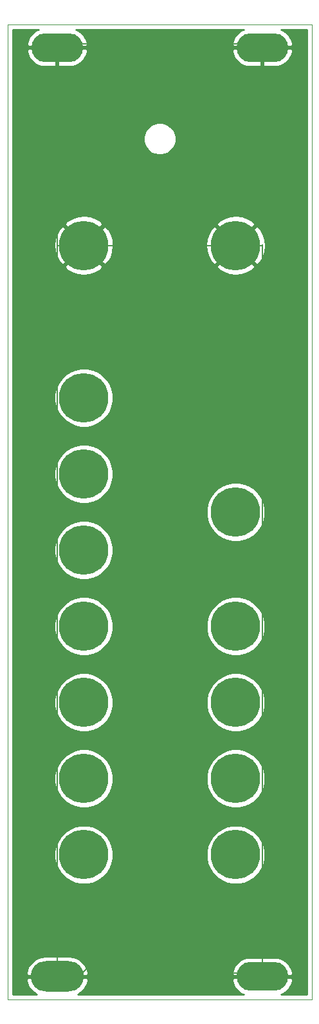
<source format=gbr>
%TF.GenerationSoftware,KiCad,Pcbnew,(5.1.0)-1*%
%TF.CreationDate,2020-03-07T14:30:38+01:00*%
%TF.ProjectId,KicadJE_AC3340_RevA_Faceplate,4b696361-644a-4455-9f41-43333334305f,rev?*%
%TF.SameCoordinates,Original*%
%TF.FileFunction,Copper,L1,Top*%
%TF.FilePolarity,Positive*%
%FSLAX46Y46*%
G04 Gerber Fmt 4.6, Leading zero omitted, Abs format (unit mm)*
G04 Created by KiCad (PCBNEW (5.1.0)-1) date 2020-03-07 14:30:38*
%MOMM*%
%LPD*%
G04 APERTURE LIST*
%ADD10C,0.050000*%
%ADD11O,7.000000X4.000000*%
%ADD12O,6.800000X3.800000*%
%ADD13C,6.500000*%
%ADD14C,0.150000*%
%ADD15C,0.254000*%
G04 APERTURE END LIST*
D10*
X-50000000Y-164000000D02*
X-50000000Y-36000000D01*
X-10000000Y-164000000D02*
X-50000000Y-164000000D01*
X-10000000Y-36000000D02*
X-10000000Y-164000000D01*
X-50000000Y-36000000D02*
X-10000000Y-36000000D01*
D11*
X-43500000Y-161000000D03*
D12*
X-16500000Y-39000000D03*
X-43500000Y-39000000D03*
X-16500000Y-161000000D03*
D13*
X-20000000Y-65000000D03*
X-40000000Y-65000000D03*
X-20000000Y-100000000D03*
X-40000000Y-85000000D03*
X-40000000Y-95000000D03*
X-40000000Y-125000000D03*
X-40000000Y-105000000D03*
X-40000000Y-115000000D03*
X-20000000Y-115000000D03*
X-20000000Y-125000000D03*
X-20000000Y-135000000D03*
X-40000000Y-135000000D03*
X-40000000Y-145000000D03*
X-20000000Y-145000000D03*
D14*
X-39950000Y-38500000D02*
X-16500000Y-38500000D01*
X-43500000Y-38500000D02*
X-39950000Y-38500000D01*
X-16500000Y-141500000D02*
X-16500000Y-160500000D01*
X-40150000Y-160500000D02*
X-43500000Y-160500000D01*
X-38940418Y-159290418D02*
X-40150000Y-160500000D01*
X-26699807Y-159290418D02*
X-38940418Y-159290418D01*
X-25490225Y-160500000D02*
X-26699807Y-159290418D01*
X-16500000Y-160500000D02*
X-25490225Y-160500000D01*
X-16600000Y-65000000D02*
X-16500000Y-64900000D01*
X-43400000Y-65000000D02*
X-16600000Y-65000000D01*
X-43500000Y-65100000D02*
X-43400000Y-65000000D01*
X-43500000Y-160500000D02*
X-43500000Y-65100000D01*
X-16500000Y-64900000D02*
X-16500000Y-141500000D01*
X-43500000Y-65100000D02*
X-43500000Y-38500000D01*
D15*
G36*
X-46087435Y-36706566D02*
G01*
X-46513967Y-36962782D01*
X-46882318Y-37297287D01*
X-47178333Y-37697226D01*
X-47390636Y-38147230D01*
X-47480779Y-38478500D01*
X-47372854Y-38873000D01*
X-43627000Y-38873000D01*
X-43627000Y-38853000D01*
X-43373000Y-38853000D01*
X-43373000Y-38873000D01*
X-39627146Y-38873000D01*
X-39519221Y-38478500D01*
X-39609364Y-38147230D01*
X-39821667Y-37697226D01*
X-40117682Y-37297287D01*
X-40486033Y-36962782D01*
X-40912565Y-36706566D01*
X-41042312Y-36660000D01*
X-18957688Y-36660000D01*
X-19087435Y-36706566D01*
X-19513967Y-36962782D01*
X-19882318Y-37297287D01*
X-20178333Y-37697226D01*
X-20390636Y-38147230D01*
X-20480779Y-38478500D01*
X-20372854Y-38873000D01*
X-16627000Y-38873000D01*
X-16627000Y-38853000D01*
X-16373000Y-38853000D01*
X-16373000Y-38873000D01*
X-12627146Y-38873000D01*
X-12519221Y-38478500D01*
X-12609364Y-38147230D01*
X-12821667Y-37697226D01*
X-13117682Y-37297287D01*
X-13486033Y-36962782D01*
X-13912565Y-36706566D01*
X-14042312Y-36660000D01*
X-10660000Y-36660000D01*
X-10659999Y-163340000D01*
X-14042312Y-163340000D01*
X-13912565Y-163293434D01*
X-13486033Y-163037218D01*
X-13117682Y-162702713D01*
X-12821667Y-162302774D01*
X-12609364Y-161852770D01*
X-12519221Y-161521500D01*
X-12627146Y-161127000D01*
X-16373000Y-161127000D01*
X-16373000Y-161147000D01*
X-16627000Y-161147000D01*
X-16627000Y-161127000D01*
X-20372854Y-161127000D01*
X-20480779Y-161521500D01*
X-20390636Y-161852770D01*
X-20178333Y-162302774D01*
X-19882318Y-162702713D01*
X-19513967Y-163037218D01*
X-19087435Y-163293434D01*
X-18957688Y-163340000D01*
X-40797686Y-163340000D01*
X-40430475Y-163120365D01*
X-40046970Y-162773424D01*
X-39738519Y-162358331D01*
X-39516975Y-161891038D01*
X-39420333Y-161537162D01*
X-39527009Y-161127000D01*
X-43373000Y-161127000D01*
X-43373000Y-161147000D01*
X-43627000Y-161147000D01*
X-43627000Y-161127000D01*
X-47472991Y-161127000D01*
X-47579667Y-161537162D01*
X-47483025Y-161891038D01*
X-47261481Y-162358331D01*
X-46953030Y-162773424D01*
X-46569525Y-163120365D01*
X-46202314Y-163340000D01*
X-49340000Y-163340000D01*
X-49340000Y-160462838D01*
X-47579667Y-160462838D01*
X-47472991Y-160873000D01*
X-43627000Y-160873000D01*
X-43627000Y-160853000D01*
X-43373000Y-160853000D01*
X-43373000Y-160873000D01*
X-39527009Y-160873000D01*
X-39424407Y-160478500D01*
X-20480779Y-160478500D01*
X-20372854Y-160873000D01*
X-16627000Y-160873000D01*
X-16627000Y-160853000D01*
X-16373000Y-160853000D01*
X-16373000Y-160873000D01*
X-12627146Y-160873000D01*
X-12519221Y-160478500D01*
X-12609364Y-160147230D01*
X-12821667Y-159697226D01*
X-13117682Y-159297287D01*
X-13486033Y-158962782D01*
X-13912565Y-158706566D01*
X-14380886Y-158538486D01*
X-14873000Y-158465000D01*
X-18127000Y-158465000D01*
X-18619114Y-158538486D01*
X-19087435Y-158706566D01*
X-19513967Y-158962782D01*
X-19882318Y-159297287D01*
X-20178333Y-159697226D01*
X-20390636Y-160147230D01*
X-20480779Y-160478500D01*
X-39424407Y-160478500D01*
X-39420333Y-160462838D01*
X-39516975Y-160108962D01*
X-39738519Y-159641669D01*
X-40046970Y-159226576D01*
X-40430475Y-158879635D01*
X-40874296Y-158614178D01*
X-41361377Y-158440407D01*
X-41873000Y-158365000D01*
X-45127000Y-158365000D01*
X-45638623Y-158440407D01*
X-46125704Y-158614178D01*
X-46569525Y-158879635D01*
X-46953030Y-159226576D01*
X-47261481Y-159641669D01*
X-47483025Y-160108962D01*
X-47579667Y-160462838D01*
X-49340000Y-160462838D01*
X-49340000Y-144617361D01*
X-43885000Y-144617361D01*
X-43885000Y-145382639D01*
X-43735702Y-146133213D01*
X-43442842Y-146840238D01*
X-43017677Y-147476543D01*
X-42476543Y-148017677D01*
X-41840238Y-148442842D01*
X-41133213Y-148735702D01*
X-40382639Y-148885000D01*
X-39617361Y-148885000D01*
X-38866787Y-148735702D01*
X-38159762Y-148442842D01*
X-37523457Y-148017677D01*
X-36982323Y-147476543D01*
X-36557158Y-146840238D01*
X-36264298Y-146133213D01*
X-36115000Y-145382639D01*
X-36115000Y-144617361D01*
X-23885000Y-144617361D01*
X-23885000Y-145382639D01*
X-23735702Y-146133213D01*
X-23442842Y-146840238D01*
X-23017677Y-147476543D01*
X-22476543Y-148017677D01*
X-21840238Y-148442842D01*
X-21133213Y-148735702D01*
X-20382639Y-148885000D01*
X-19617361Y-148885000D01*
X-18866787Y-148735702D01*
X-18159762Y-148442842D01*
X-17523457Y-148017677D01*
X-16982323Y-147476543D01*
X-16557158Y-146840238D01*
X-16264298Y-146133213D01*
X-16115000Y-145382639D01*
X-16115000Y-144617361D01*
X-16264298Y-143866787D01*
X-16557158Y-143159762D01*
X-16982323Y-142523457D01*
X-17523457Y-141982323D01*
X-18159762Y-141557158D01*
X-18866787Y-141264298D01*
X-19617361Y-141115000D01*
X-20382639Y-141115000D01*
X-21133213Y-141264298D01*
X-21840238Y-141557158D01*
X-22476543Y-141982323D01*
X-23017677Y-142523457D01*
X-23442842Y-143159762D01*
X-23735702Y-143866787D01*
X-23885000Y-144617361D01*
X-36115000Y-144617361D01*
X-36264298Y-143866787D01*
X-36557158Y-143159762D01*
X-36982323Y-142523457D01*
X-37523457Y-141982323D01*
X-38159762Y-141557158D01*
X-38866787Y-141264298D01*
X-39617361Y-141115000D01*
X-40382639Y-141115000D01*
X-41133213Y-141264298D01*
X-41840238Y-141557158D01*
X-42476543Y-141982323D01*
X-43017677Y-142523457D01*
X-43442842Y-143159762D01*
X-43735702Y-143866787D01*
X-43885000Y-144617361D01*
X-49340000Y-144617361D01*
X-49340000Y-134617361D01*
X-43885000Y-134617361D01*
X-43885000Y-135382639D01*
X-43735702Y-136133213D01*
X-43442842Y-136840238D01*
X-43017677Y-137476543D01*
X-42476543Y-138017677D01*
X-41840238Y-138442842D01*
X-41133213Y-138735702D01*
X-40382639Y-138885000D01*
X-39617361Y-138885000D01*
X-38866787Y-138735702D01*
X-38159762Y-138442842D01*
X-37523457Y-138017677D01*
X-36982323Y-137476543D01*
X-36557158Y-136840238D01*
X-36264298Y-136133213D01*
X-36115000Y-135382639D01*
X-36115000Y-134617361D01*
X-23885000Y-134617361D01*
X-23885000Y-135382639D01*
X-23735702Y-136133213D01*
X-23442842Y-136840238D01*
X-23017677Y-137476543D01*
X-22476543Y-138017677D01*
X-21840238Y-138442842D01*
X-21133213Y-138735702D01*
X-20382639Y-138885000D01*
X-19617361Y-138885000D01*
X-18866787Y-138735702D01*
X-18159762Y-138442842D01*
X-17523457Y-138017677D01*
X-16982323Y-137476543D01*
X-16557158Y-136840238D01*
X-16264298Y-136133213D01*
X-16115000Y-135382639D01*
X-16115000Y-134617361D01*
X-16264298Y-133866787D01*
X-16557158Y-133159762D01*
X-16982323Y-132523457D01*
X-17523457Y-131982323D01*
X-18159762Y-131557158D01*
X-18866787Y-131264298D01*
X-19617361Y-131115000D01*
X-20382639Y-131115000D01*
X-21133213Y-131264298D01*
X-21840238Y-131557158D01*
X-22476543Y-131982323D01*
X-23017677Y-132523457D01*
X-23442842Y-133159762D01*
X-23735702Y-133866787D01*
X-23885000Y-134617361D01*
X-36115000Y-134617361D01*
X-36264298Y-133866787D01*
X-36557158Y-133159762D01*
X-36982323Y-132523457D01*
X-37523457Y-131982323D01*
X-38159762Y-131557158D01*
X-38866787Y-131264298D01*
X-39617361Y-131115000D01*
X-40382639Y-131115000D01*
X-41133213Y-131264298D01*
X-41840238Y-131557158D01*
X-42476543Y-131982323D01*
X-43017677Y-132523457D01*
X-43442842Y-133159762D01*
X-43735702Y-133866787D01*
X-43885000Y-134617361D01*
X-49340000Y-134617361D01*
X-49340000Y-124617361D01*
X-43885000Y-124617361D01*
X-43885000Y-125382639D01*
X-43735702Y-126133213D01*
X-43442842Y-126840238D01*
X-43017677Y-127476543D01*
X-42476543Y-128017677D01*
X-41840238Y-128442842D01*
X-41133213Y-128735702D01*
X-40382639Y-128885000D01*
X-39617361Y-128885000D01*
X-38866787Y-128735702D01*
X-38159762Y-128442842D01*
X-37523457Y-128017677D01*
X-36982323Y-127476543D01*
X-36557158Y-126840238D01*
X-36264298Y-126133213D01*
X-36115000Y-125382639D01*
X-36115000Y-124617361D01*
X-23885000Y-124617361D01*
X-23885000Y-125382639D01*
X-23735702Y-126133213D01*
X-23442842Y-126840238D01*
X-23017677Y-127476543D01*
X-22476543Y-128017677D01*
X-21840238Y-128442842D01*
X-21133213Y-128735702D01*
X-20382639Y-128885000D01*
X-19617361Y-128885000D01*
X-18866787Y-128735702D01*
X-18159762Y-128442842D01*
X-17523457Y-128017677D01*
X-16982323Y-127476543D01*
X-16557158Y-126840238D01*
X-16264298Y-126133213D01*
X-16115000Y-125382639D01*
X-16115000Y-124617361D01*
X-16264298Y-123866787D01*
X-16557158Y-123159762D01*
X-16982323Y-122523457D01*
X-17523457Y-121982323D01*
X-18159762Y-121557158D01*
X-18866787Y-121264298D01*
X-19617361Y-121115000D01*
X-20382639Y-121115000D01*
X-21133213Y-121264298D01*
X-21840238Y-121557158D01*
X-22476543Y-121982323D01*
X-23017677Y-122523457D01*
X-23442842Y-123159762D01*
X-23735702Y-123866787D01*
X-23885000Y-124617361D01*
X-36115000Y-124617361D01*
X-36264298Y-123866787D01*
X-36557158Y-123159762D01*
X-36982323Y-122523457D01*
X-37523457Y-121982323D01*
X-38159762Y-121557158D01*
X-38866787Y-121264298D01*
X-39617361Y-121115000D01*
X-40382639Y-121115000D01*
X-41133213Y-121264298D01*
X-41840238Y-121557158D01*
X-42476543Y-121982323D01*
X-43017677Y-122523457D01*
X-43442842Y-123159762D01*
X-43735702Y-123866787D01*
X-43885000Y-124617361D01*
X-49340000Y-124617361D01*
X-49340000Y-114617361D01*
X-43885000Y-114617361D01*
X-43885000Y-115382639D01*
X-43735702Y-116133213D01*
X-43442842Y-116840238D01*
X-43017677Y-117476543D01*
X-42476543Y-118017677D01*
X-41840238Y-118442842D01*
X-41133213Y-118735702D01*
X-40382639Y-118885000D01*
X-39617361Y-118885000D01*
X-38866787Y-118735702D01*
X-38159762Y-118442842D01*
X-37523457Y-118017677D01*
X-36982323Y-117476543D01*
X-36557158Y-116840238D01*
X-36264298Y-116133213D01*
X-36115000Y-115382639D01*
X-36115000Y-114617361D01*
X-23885000Y-114617361D01*
X-23885000Y-115382639D01*
X-23735702Y-116133213D01*
X-23442842Y-116840238D01*
X-23017677Y-117476543D01*
X-22476543Y-118017677D01*
X-21840238Y-118442842D01*
X-21133213Y-118735702D01*
X-20382639Y-118885000D01*
X-19617361Y-118885000D01*
X-18866787Y-118735702D01*
X-18159762Y-118442842D01*
X-17523457Y-118017677D01*
X-16982323Y-117476543D01*
X-16557158Y-116840238D01*
X-16264298Y-116133213D01*
X-16115000Y-115382639D01*
X-16115000Y-114617361D01*
X-16264298Y-113866787D01*
X-16557158Y-113159762D01*
X-16982323Y-112523457D01*
X-17523457Y-111982323D01*
X-18159762Y-111557158D01*
X-18866787Y-111264298D01*
X-19617361Y-111115000D01*
X-20382639Y-111115000D01*
X-21133213Y-111264298D01*
X-21840238Y-111557158D01*
X-22476543Y-111982323D01*
X-23017677Y-112523457D01*
X-23442842Y-113159762D01*
X-23735702Y-113866787D01*
X-23885000Y-114617361D01*
X-36115000Y-114617361D01*
X-36264298Y-113866787D01*
X-36557158Y-113159762D01*
X-36982323Y-112523457D01*
X-37523457Y-111982323D01*
X-38159762Y-111557158D01*
X-38866787Y-111264298D01*
X-39617361Y-111115000D01*
X-40382639Y-111115000D01*
X-41133213Y-111264298D01*
X-41840238Y-111557158D01*
X-42476543Y-111982323D01*
X-43017677Y-112523457D01*
X-43442842Y-113159762D01*
X-43735702Y-113866787D01*
X-43885000Y-114617361D01*
X-49340000Y-114617361D01*
X-49340000Y-104617361D01*
X-43885000Y-104617361D01*
X-43885000Y-105382639D01*
X-43735702Y-106133213D01*
X-43442842Y-106840238D01*
X-43017677Y-107476543D01*
X-42476543Y-108017677D01*
X-41840238Y-108442842D01*
X-41133213Y-108735702D01*
X-40382639Y-108885000D01*
X-39617361Y-108885000D01*
X-38866787Y-108735702D01*
X-38159762Y-108442842D01*
X-37523457Y-108017677D01*
X-36982323Y-107476543D01*
X-36557158Y-106840238D01*
X-36264298Y-106133213D01*
X-36115000Y-105382639D01*
X-36115000Y-104617361D01*
X-36264298Y-103866787D01*
X-36557158Y-103159762D01*
X-36982323Y-102523457D01*
X-37523457Y-101982323D01*
X-38159762Y-101557158D01*
X-38866787Y-101264298D01*
X-39617361Y-101115000D01*
X-40382639Y-101115000D01*
X-41133213Y-101264298D01*
X-41840238Y-101557158D01*
X-42476543Y-101982323D01*
X-43017677Y-102523457D01*
X-43442842Y-103159762D01*
X-43735702Y-103866787D01*
X-43885000Y-104617361D01*
X-49340000Y-104617361D01*
X-49340000Y-99617361D01*
X-23885000Y-99617361D01*
X-23885000Y-100382639D01*
X-23735702Y-101133213D01*
X-23442842Y-101840238D01*
X-23017677Y-102476543D01*
X-22476543Y-103017677D01*
X-21840238Y-103442842D01*
X-21133213Y-103735702D01*
X-20382639Y-103885000D01*
X-19617361Y-103885000D01*
X-18866787Y-103735702D01*
X-18159762Y-103442842D01*
X-17523457Y-103017677D01*
X-16982323Y-102476543D01*
X-16557158Y-101840238D01*
X-16264298Y-101133213D01*
X-16115000Y-100382639D01*
X-16115000Y-99617361D01*
X-16264298Y-98866787D01*
X-16557158Y-98159762D01*
X-16982323Y-97523457D01*
X-17523457Y-96982323D01*
X-18159762Y-96557158D01*
X-18866787Y-96264298D01*
X-19617361Y-96115000D01*
X-20382639Y-96115000D01*
X-21133213Y-96264298D01*
X-21840238Y-96557158D01*
X-22476543Y-96982323D01*
X-23017677Y-97523457D01*
X-23442842Y-98159762D01*
X-23735702Y-98866787D01*
X-23885000Y-99617361D01*
X-49340000Y-99617361D01*
X-49340000Y-94617361D01*
X-43885000Y-94617361D01*
X-43885000Y-95382639D01*
X-43735702Y-96133213D01*
X-43442842Y-96840238D01*
X-43017677Y-97476543D01*
X-42476543Y-98017677D01*
X-41840238Y-98442842D01*
X-41133213Y-98735702D01*
X-40382639Y-98885000D01*
X-39617361Y-98885000D01*
X-38866787Y-98735702D01*
X-38159762Y-98442842D01*
X-37523457Y-98017677D01*
X-36982323Y-97476543D01*
X-36557158Y-96840238D01*
X-36264298Y-96133213D01*
X-36115000Y-95382639D01*
X-36115000Y-94617361D01*
X-36264298Y-93866787D01*
X-36557158Y-93159762D01*
X-36982323Y-92523457D01*
X-37523457Y-91982323D01*
X-38159762Y-91557158D01*
X-38866787Y-91264298D01*
X-39617361Y-91115000D01*
X-40382639Y-91115000D01*
X-41133213Y-91264298D01*
X-41840238Y-91557158D01*
X-42476543Y-91982323D01*
X-43017677Y-92523457D01*
X-43442842Y-93159762D01*
X-43735702Y-93866787D01*
X-43885000Y-94617361D01*
X-49340000Y-94617361D01*
X-49340000Y-84617361D01*
X-43885000Y-84617361D01*
X-43885000Y-85382639D01*
X-43735702Y-86133213D01*
X-43442842Y-86840238D01*
X-43017677Y-87476543D01*
X-42476543Y-88017677D01*
X-41840238Y-88442842D01*
X-41133213Y-88735702D01*
X-40382639Y-88885000D01*
X-39617361Y-88885000D01*
X-38866787Y-88735702D01*
X-38159762Y-88442842D01*
X-37523457Y-88017677D01*
X-36982323Y-87476543D01*
X-36557158Y-86840238D01*
X-36264298Y-86133213D01*
X-36115000Y-85382639D01*
X-36115000Y-84617361D01*
X-36264298Y-83866787D01*
X-36557158Y-83159762D01*
X-36982323Y-82523457D01*
X-37523457Y-81982323D01*
X-38159762Y-81557158D01*
X-38866787Y-81264298D01*
X-39617361Y-81115000D01*
X-40382639Y-81115000D01*
X-41133213Y-81264298D01*
X-41840238Y-81557158D01*
X-42476543Y-81982323D01*
X-43017677Y-82523457D01*
X-43442842Y-83159762D01*
X-43735702Y-83866787D01*
X-43885000Y-84617361D01*
X-49340000Y-84617361D01*
X-49340000Y-67736428D01*
X-42556823Y-67736428D01*
X-42190635Y-68231216D01*
X-41518163Y-68596501D01*
X-40787350Y-68823575D01*
X-40026279Y-68903710D01*
X-39264197Y-68833828D01*
X-38530392Y-68616614D01*
X-37853064Y-68260416D01*
X-37809365Y-68231216D01*
X-37443177Y-67736428D01*
X-22556823Y-67736428D01*
X-22190635Y-68231216D01*
X-21518163Y-68596501D01*
X-20787350Y-68823575D01*
X-20026279Y-68903710D01*
X-19264197Y-68833828D01*
X-18530392Y-68616614D01*
X-17853064Y-68260416D01*
X-17809365Y-68231216D01*
X-17443177Y-67736428D01*
X-20000000Y-65179605D01*
X-22556823Y-67736428D01*
X-37443177Y-67736428D01*
X-40000000Y-65179605D01*
X-42556823Y-67736428D01*
X-49340000Y-67736428D01*
X-49340000Y-64973721D01*
X-43903710Y-64973721D01*
X-43833828Y-65735803D01*
X-43616614Y-66469608D01*
X-43260416Y-67146936D01*
X-43231216Y-67190635D01*
X-42736428Y-67556823D01*
X-40179605Y-65000000D01*
X-39820395Y-65000000D01*
X-37263572Y-67556823D01*
X-36768784Y-67190635D01*
X-36403499Y-66518163D01*
X-36176425Y-65787350D01*
X-36096290Y-65026279D01*
X-36101109Y-64973721D01*
X-23903710Y-64973721D01*
X-23833828Y-65735803D01*
X-23616614Y-66469608D01*
X-23260416Y-67146936D01*
X-23231216Y-67190635D01*
X-22736428Y-67556823D01*
X-20179605Y-65000000D01*
X-19820395Y-65000000D01*
X-17263572Y-67556823D01*
X-16768784Y-67190635D01*
X-16403499Y-66518163D01*
X-16176425Y-65787350D01*
X-16096290Y-65026279D01*
X-16166172Y-64264197D01*
X-16383386Y-63530392D01*
X-16739584Y-62853064D01*
X-16768784Y-62809365D01*
X-17263572Y-62443177D01*
X-19820395Y-65000000D01*
X-20179605Y-65000000D01*
X-22736428Y-62443177D01*
X-23231216Y-62809365D01*
X-23596501Y-63481837D01*
X-23823575Y-64212650D01*
X-23903710Y-64973721D01*
X-36101109Y-64973721D01*
X-36166172Y-64264197D01*
X-36383386Y-63530392D01*
X-36739584Y-62853064D01*
X-36768784Y-62809365D01*
X-37263572Y-62443177D01*
X-39820395Y-65000000D01*
X-40179605Y-65000000D01*
X-42736428Y-62443177D01*
X-43231216Y-62809365D01*
X-43596501Y-63481837D01*
X-43823575Y-64212650D01*
X-43903710Y-64973721D01*
X-49340000Y-64973721D01*
X-49340000Y-62263572D01*
X-42556823Y-62263572D01*
X-40000000Y-64820395D01*
X-37443177Y-62263572D01*
X-22556823Y-62263572D01*
X-20000000Y-64820395D01*
X-17443177Y-62263572D01*
X-17809365Y-61768784D01*
X-18481837Y-61403499D01*
X-19212650Y-61176425D01*
X-19973721Y-61096290D01*
X-20735803Y-61166172D01*
X-21469608Y-61383386D01*
X-22146936Y-61739584D01*
X-22190635Y-61768784D01*
X-22556823Y-62263572D01*
X-37443177Y-62263572D01*
X-37809365Y-61768784D01*
X-38481837Y-61403499D01*
X-39212650Y-61176425D01*
X-39973721Y-61096290D01*
X-40735803Y-61166172D01*
X-41469608Y-61383386D01*
X-42146936Y-61739584D01*
X-42190635Y-61768784D01*
X-42556823Y-62263572D01*
X-49340000Y-62263572D01*
X-49340000Y-50789721D01*
X-32135000Y-50789721D01*
X-32135000Y-51210279D01*
X-32052953Y-51622756D01*
X-31892012Y-52011302D01*
X-31658363Y-52360983D01*
X-31360983Y-52658363D01*
X-31011302Y-52892012D01*
X-30622756Y-53052953D01*
X-30210279Y-53135000D01*
X-29789721Y-53135000D01*
X-29377244Y-53052953D01*
X-28988698Y-52892012D01*
X-28639017Y-52658363D01*
X-28341637Y-52360983D01*
X-28107988Y-52011302D01*
X-27947047Y-51622756D01*
X-27865000Y-51210279D01*
X-27865000Y-50789721D01*
X-27947047Y-50377244D01*
X-28107988Y-49988698D01*
X-28341637Y-49639017D01*
X-28639017Y-49341637D01*
X-28988698Y-49107988D01*
X-29377244Y-48947047D01*
X-29789721Y-48865000D01*
X-30210279Y-48865000D01*
X-30622756Y-48947047D01*
X-31011302Y-49107988D01*
X-31360983Y-49341637D01*
X-31658363Y-49639017D01*
X-31892012Y-49988698D01*
X-32052953Y-50377244D01*
X-32135000Y-50789721D01*
X-49340000Y-50789721D01*
X-49340000Y-39521500D01*
X-47480779Y-39521500D01*
X-47390636Y-39852770D01*
X-47178333Y-40302774D01*
X-46882318Y-40702713D01*
X-46513967Y-41037218D01*
X-46087435Y-41293434D01*
X-45619114Y-41461514D01*
X-45127000Y-41535000D01*
X-43627000Y-41535000D01*
X-43627000Y-39127000D01*
X-43373000Y-39127000D01*
X-43373000Y-41535000D01*
X-41873000Y-41535000D01*
X-41380886Y-41461514D01*
X-40912565Y-41293434D01*
X-40486033Y-41037218D01*
X-40117682Y-40702713D01*
X-39821667Y-40302774D01*
X-39609364Y-39852770D01*
X-39519221Y-39521500D01*
X-20480779Y-39521500D01*
X-20390636Y-39852770D01*
X-20178333Y-40302774D01*
X-19882318Y-40702713D01*
X-19513967Y-41037218D01*
X-19087435Y-41293434D01*
X-18619114Y-41461514D01*
X-18127000Y-41535000D01*
X-16627000Y-41535000D01*
X-16627000Y-39127000D01*
X-16373000Y-39127000D01*
X-16373000Y-41535000D01*
X-14873000Y-41535000D01*
X-14380886Y-41461514D01*
X-13912565Y-41293434D01*
X-13486033Y-41037218D01*
X-13117682Y-40702713D01*
X-12821667Y-40302774D01*
X-12609364Y-39852770D01*
X-12519221Y-39521500D01*
X-12627146Y-39127000D01*
X-16373000Y-39127000D01*
X-16627000Y-39127000D01*
X-20372854Y-39127000D01*
X-20480779Y-39521500D01*
X-39519221Y-39521500D01*
X-39627146Y-39127000D01*
X-43373000Y-39127000D01*
X-43627000Y-39127000D01*
X-47372854Y-39127000D01*
X-47480779Y-39521500D01*
X-49340000Y-39521500D01*
X-49340000Y-36660000D01*
X-45957688Y-36660000D01*
X-46087435Y-36706566D01*
X-46087435Y-36706566D01*
G37*
X-46087435Y-36706566D02*
X-46513967Y-36962782D01*
X-46882318Y-37297287D01*
X-47178333Y-37697226D01*
X-47390636Y-38147230D01*
X-47480779Y-38478500D01*
X-47372854Y-38873000D01*
X-43627000Y-38873000D01*
X-43627000Y-38853000D01*
X-43373000Y-38853000D01*
X-43373000Y-38873000D01*
X-39627146Y-38873000D01*
X-39519221Y-38478500D01*
X-39609364Y-38147230D01*
X-39821667Y-37697226D01*
X-40117682Y-37297287D01*
X-40486033Y-36962782D01*
X-40912565Y-36706566D01*
X-41042312Y-36660000D01*
X-18957688Y-36660000D01*
X-19087435Y-36706566D01*
X-19513967Y-36962782D01*
X-19882318Y-37297287D01*
X-20178333Y-37697226D01*
X-20390636Y-38147230D01*
X-20480779Y-38478500D01*
X-20372854Y-38873000D01*
X-16627000Y-38873000D01*
X-16627000Y-38853000D01*
X-16373000Y-38853000D01*
X-16373000Y-38873000D01*
X-12627146Y-38873000D01*
X-12519221Y-38478500D01*
X-12609364Y-38147230D01*
X-12821667Y-37697226D01*
X-13117682Y-37297287D01*
X-13486033Y-36962782D01*
X-13912565Y-36706566D01*
X-14042312Y-36660000D01*
X-10660000Y-36660000D01*
X-10659999Y-163340000D01*
X-14042312Y-163340000D01*
X-13912565Y-163293434D01*
X-13486033Y-163037218D01*
X-13117682Y-162702713D01*
X-12821667Y-162302774D01*
X-12609364Y-161852770D01*
X-12519221Y-161521500D01*
X-12627146Y-161127000D01*
X-16373000Y-161127000D01*
X-16373000Y-161147000D01*
X-16627000Y-161147000D01*
X-16627000Y-161127000D01*
X-20372854Y-161127000D01*
X-20480779Y-161521500D01*
X-20390636Y-161852770D01*
X-20178333Y-162302774D01*
X-19882318Y-162702713D01*
X-19513967Y-163037218D01*
X-19087435Y-163293434D01*
X-18957688Y-163340000D01*
X-40797686Y-163340000D01*
X-40430475Y-163120365D01*
X-40046970Y-162773424D01*
X-39738519Y-162358331D01*
X-39516975Y-161891038D01*
X-39420333Y-161537162D01*
X-39527009Y-161127000D01*
X-43373000Y-161127000D01*
X-43373000Y-161147000D01*
X-43627000Y-161147000D01*
X-43627000Y-161127000D01*
X-47472991Y-161127000D01*
X-47579667Y-161537162D01*
X-47483025Y-161891038D01*
X-47261481Y-162358331D01*
X-46953030Y-162773424D01*
X-46569525Y-163120365D01*
X-46202314Y-163340000D01*
X-49340000Y-163340000D01*
X-49340000Y-160462838D01*
X-47579667Y-160462838D01*
X-47472991Y-160873000D01*
X-43627000Y-160873000D01*
X-43627000Y-160853000D01*
X-43373000Y-160853000D01*
X-43373000Y-160873000D01*
X-39527009Y-160873000D01*
X-39424407Y-160478500D01*
X-20480779Y-160478500D01*
X-20372854Y-160873000D01*
X-16627000Y-160873000D01*
X-16627000Y-160853000D01*
X-16373000Y-160853000D01*
X-16373000Y-160873000D01*
X-12627146Y-160873000D01*
X-12519221Y-160478500D01*
X-12609364Y-160147230D01*
X-12821667Y-159697226D01*
X-13117682Y-159297287D01*
X-13486033Y-158962782D01*
X-13912565Y-158706566D01*
X-14380886Y-158538486D01*
X-14873000Y-158465000D01*
X-18127000Y-158465000D01*
X-18619114Y-158538486D01*
X-19087435Y-158706566D01*
X-19513967Y-158962782D01*
X-19882318Y-159297287D01*
X-20178333Y-159697226D01*
X-20390636Y-160147230D01*
X-20480779Y-160478500D01*
X-39424407Y-160478500D01*
X-39420333Y-160462838D01*
X-39516975Y-160108962D01*
X-39738519Y-159641669D01*
X-40046970Y-159226576D01*
X-40430475Y-158879635D01*
X-40874296Y-158614178D01*
X-41361377Y-158440407D01*
X-41873000Y-158365000D01*
X-45127000Y-158365000D01*
X-45638623Y-158440407D01*
X-46125704Y-158614178D01*
X-46569525Y-158879635D01*
X-46953030Y-159226576D01*
X-47261481Y-159641669D01*
X-47483025Y-160108962D01*
X-47579667Y-160462838D01*
X-49340000Y-160462838D01*
X-49340000Y-144617361D01*
X-43885000Y-144617361D01*
X-43885000Y-145382639D01*
X-43735702Y-146133213D01*
X-43442842Y-146840238D01*
X-43017677Y-147476543D01*
X-42476543Y-148017677D01*
X-41840238Y-148442842D01*
X-41133213Y-148735702D01*
X-40382639Y-148885000D01*
X-39617361Y-148885000D01*
X-38866787Y-148735702D01*
X-38159762Y-148442842D01*
X-37523457Y-148017677D01*
X-36982323Y-147476543D01*
X-36557158Y-146840238D01*
X-36264298Y-146133213D01*
X-36115000Y-145382639D01*
X-36115000Y-144617361D01*
X-23885000Y-144617361D01*
X-23885000Y-145382639D01*
X-23735702Y-146133213D01*
X-23442842Y-146840238D01*
X-23017677Y-147476543D01*
X-22476543Y-148017677D01*
X-21840238Y-148442842D01*
X-21133213Y-148735702D01*
X-20382639Y-148885000D01*
X-19617361Y-148885000D01*
X-18866787Y-148735702D01*
X-18159762Y-148442842D01*
X-17523457Y-148017677D01*
X-16982323Y-147476543D01*
X-16557158Y-146840238D01*
X-16264298Y-146133213D01*
X-16115000Y-145382639D01*
X-16115000Y-144617361D01*
X-16264298Y-143866787D01*
X-16557158Y-143159762D01*
X-16982323Y-142523457D01*
X-17523457Y-141982323D01*
X-18159762Y-141557158D01*
X-18866787Y-141264298D01*
X-19617361Y-141115000D01*
X-20382639Y-141115000D01*
X-21133213Y-141264298D01*
X-21840238Y-141557158D01*
X-22476543Y-141982323D01*
X-23017677Y-142523457D01*
X-23442842Y-143159762D01*
X-23735702Y-143866787D01*
X-23885000Y-144617361D01*
X-36115000Y-144617361D01*
X-36264298Y-143866787D01*
X-36557158Y-143159762D01*
X-36982323Y-142523457D01*
X-37523457Y-141982323D01*
X-38159762Y-141557158D01*
X-38866787Y-141264298D01*
X-39617361Y-141115000D01*
X-40382639Y-141115000D01*
X-41133213Y-141264298D01*
X-41840238Y-141557158D01*
X-42476543Y-141982323D01*
X-43017677Y-142523457D01*
X-43442842Y-143159762D01*
X-43735702Y-143866787D01*
X-43885000Y-144617361D01*
X-49340000Y-144617361D01*
X-49340000Y-134617361D01*
X-43885000Y-134617361D01*
X-43885000Y-135382639D01*
X-43735702Y-136133213D01*
X-43442842Y-136840238D01*
X-43017677Y-137476543D01*
X-42476543Y-138017677D01*
X-41840238Y-138442842D01*
X-41133213Y-138735702D01*
X-40382639Y-138885000D01*
X-39617361Y-138885000D01*
X-38866787Y-138735702D01*
X-38159762Y-138442842D01*
X-37523457Y-138017677D01*
X-36982323Y-137476543D01*
X-36557158Y-136840238D01*
X-36264298Y-136133213D01*
X-36115000Y-135382639D01*
X-36115000Y-134617361D01*
X-23885000Y-134617361D01*
X-23885000Y-135382639D01*
X-23735702Y-136133213D01*
X-23442842Y-136840238D01*
X-23017677Y-137476543D01*
X-22476543Y-138017677D01*
X-21840238Y-138442842D01*
X-21133213Y-138735702D01*
X-20382639Y-138885000D01*
X-19617361Y-138885000D01*
X-18866787Y-138735702D01*
X-18159762Y-138442842D01*
X-17523457Y-138017677D01*
X-16982323Y-137476543D01*
X-16557158Y-136840238D01*
X-16264298Y-136133213D01*
X-16115000Y-135382639D01*
X-16115000Y-134617361D01*
X-16264298Y-133866787D01*
X-16557158Y-133159762D01*
X-16982323Y-132523457D01*
X-17523457Y-131982323D01*
X-18159762Y-131557158D01*
X-18866787Y-131264298D01*
X-19617361Y-131115000D01*
X-20382639Y-131115000D01*
X-21133213Y-131264298D01*
X-21840238Y-131557158D01*
X-22476543Y-131982323D01*
X-23017677Y-132523457D01*
X-23442842Y-133159762D01*
X-23735702Y-133866787D01*
X-23885000Y-134617361D01*
X-36115000Y-134617361D01*
X-36264298Y-133866787D01*
X-36557158Y-133159762D01*
X-36982323Y-132523457D01*
X-37523457Y-131982323D01*
X-38159762Y-131557158D01*
X-38866787Y-131264298D01*
X-39617361Y-131115000D01*
X-40382639Y-131115000D01*
X-41133213Y-131264298D01*
X-41840238Y-131557158D01*
X-42476543Y-131982323D01*
X-43017677Y-132523457D01*
X-43442842Y-133159762D01*
X-43735702Y-133866787D01*
X-43885000Y-134617361D01*
X-49340000Y-134617361D01*
X-49340000Y-124617361D01*
X-43885000Y-124617361D01*
X-43885000Y-125382639D01*
X-43735702Y-126133213D01*
X-43442842Y-126840238D01*
X-43017677Y-127476543D01*
X-42476543Y-128017677D01*
X-41840238Y-128442842D01*
X-41133213Y-128735702D01*
X-40382639Y-128885000D01*
X-39617361Y-128885000D01*
X-38866787Y-128735702D01*
X-38159762Y-128442842D01*
X-37523457Y-128017677D01*
X-36982323Y-127476543D01*
X-36557158Y-126840238D01*
X-36264298Y-126133213D01*
X-36115000Y-125382639D01*
X-36115000Y-124617361D01*
X-23885000Y-124617361D01*
X-23885000Y-125382639D01*
X-23735702Y-126133213D01*
X-23442842Y-126840238D01*
X-23017677Y-127476543D01*
X-22476543Y-128017677D01*
X-21840238Y-128442842D01*
X-21133213Y-128735702D01*
X-20382639Y-128885000D01*
X-19617361Y-128885000D01*
X-18866787Y-128735702D01*
X-18159762Y-128442842D01*
X-17523457Y-128017677D01*
X-16982323Y-127476543D01*
X-16557158Y-126840238D01*
X-16264298Y-126133213D01*
X-16115000Y-125382639D01*
X-16115000Y-124617361D01*
X-16264298Y-123866787D01*
X-16557158Y-123159762D01*
X-16982323Y-122523457D01*
X-17523457Y-121982323D01*
X-18159762Y-121557158D01*
X-18866787Y-121264298D01*
X-19617361Y-121115000D01*
X-20382639Y-121115000D01*
X-21133213Y-121264298D01*
X-21840238Y-121557158D01*
X-22476543Y-121982323D01*
X-23017677Y-122523457D01*
X-23442842Y-123159762D01*
X-23735702Y-123866787D01*
X-23885000Y-124617361D01*
X-36115000Y-124617361D01*
X-36264298Y-123866787D01*
X-36557158Y-123159762D01*
X-36982323Y-122523457D01*
X-37523457Y-121982323D01*
X-38159762Y-121557158D01*
X-38866787Y-121264298D01*
X-39617361Y-121115000D01*
X-40382639Y-121115000D01*
X-41133213Y-121264298D01*
X-41840238Y-121557158D01*
X-42476543Y-121982323D01*
X-43017677Y-122523457D01*
X-43442842Y-123159762D01*
X-43735702Y-123866787D01*
X-43885000Y-124617361D01*
X-49340000Y-124617361D01*
X-49340000Y-114617361D01*
X-43885000Y-114617361D01*
X-43885000Y-115382639D01*
X-43735702Y-116133213D01*
X-43442842Y-116840238D01*
X-43017677Y-117476543D01*
X-42476543Y-118017677D01*
X-41840238Y-118442842D01*
X-41133213Y-118735702D01*
X-40382639Y-118885000D01*
X-39617361Y-118885000D01*
X-38866787Y-118735702D01*
X-38159762Y-118442842D01*
X-37523457Y-118017677D01*
X-36982323Y-117476543D01*
X-36557158Y-116840238D01*
X-36264298Y-116133213D01*
X-36115000Y-115382639D01*
X-36115000Y-114617361D01*
X-23885000Y-114617361D01*
X-23885000Y-115382639D01*
X-23735702Y-116133213D01*
X-23442842Y-116840238D01*
X-23017677Y-117476543D01*
X-22476543Y-118017677D01*
X-21840238Y-118442842D01*
X-21133213Y-118735702D01*
X-20382639Y-118885000D01*
X-19617361Y-118885000D01*
X-18866787Y-118735702D01*
X-18159762Y-118442842D01*
X-17523457Y-118017677D01*
X-16982323Y-117476543D01*
X-16557158Y-116840238D01*
X-16264298Y-116133213D01*
X-16115000Y-115382639D01*
X-16115000Y-114617361D01*
X-16264298Y-113866787D01*
X-16557158Y-113159762D01*
X-16982323Y-112523457D01*
X-17523457Y-111982323D01*
X-18159762Y-111557158D01*
X-18866787Y-111264298D01*
X-19617361Y-111115000D01*
X-20382639Y-111115000D01*
X-21133213Y-111264298D01*
X-21840238Y-111557158D01*
X-22476543Y-111982323D01*
X-23017677Y-112523457D01*
X-23442842Y-113159762D01*
X-23735702Y-113866787D01*
X-23885000Y-114617361D01*
X-36115000Y-114617361D01*
X-36264298Y-113866787D01*
X-36557158Y-113159762D01*
X-36982323Y-112523457D01*
X-37523457Y-111982323D01*
X-38159762Y-111557158D01*
X-38866787Y-111264298D01*
X-39617361Y-111115000D01*
X-40382639Y-111115000D01*
X-41133213Y-111264298D01*
X-41840238Y-111557158D01*
X-42476543Y-111982323D01*
X-43017677Y-112523457D01*
X-43442842Y-113159762D01*
X-43735702Y-113866787D01*
X-43885000Y-114617361D01*
X-49340000Y-114617361D01*
X-49340000Y-104617361D01*
X-43885000Y-104617361D01*
X-43885000Y-105382639D01*
X-43735702Y-106133213D01*
X-43442842Y-106840238D01*
X-43017677Y-107476543D01*
X-42476543Y-108017677D01*
X-41840238Y-108442842D01*
X-41133213Y-108735702D01*
X-40382639Y-108885000D01*
X-39617361Y-108885000D01*
X-38866787Y-108735702D01*
X-38159762Y-108442842D01*
X-37523457Y-108017677D01*
X-36982323Y-107476543D01*
X-36557158Y-106840238D01*
X-36264298Y-106133213D01*
X-36115000Y-105382639D01*
X-36115000Y-104617361D01*
X-36264298Y-103866787D01*
X-36557158Y-103159762D01*
X-36982323Y-102523457D01*
X-37523457Y-101982323D01*
X-38159762Y-101557158D01*
X-38866787Y-101264298D01*
X-39617361Y-101115000D01*
X-40382639Y-101115000D01*
X-41133213Y-101264298D01*
X-41840238Y-101557158D01*
X-42476543Y-101982323D01*
X-43017677Y-102523457D01*
X-43442842Y-103159762D01*
X-43735702Y-103866787D01*
X-43885000Y-104617361D01*
X-49340000Y-104617361D01*
X-49340000Y-99617361D01*
X-23885000Y-99617361D01*
X-23885000Y-100382639D01*
X-23735702Y-101133213D01*
X-23442842Y-101840238D01*
X-23017677Y-102476543D01*
X-22476543Y-103017677D01*
X-21840238Y-103442842D01*
X-21133213Y-103735702D01*
X-20382639Y-103885000D01*
X-19617361Y-103885000D01*
X-18866787Y-103735702D01*
X-18159762Y-103442842D01*
X-17523457Y-103017677D01*
X-16982323Y-102476543D01*
X-16557158Y-101840238D01*
X-16264298Y-101133213D01*
X-16115000Y-100382639D01*
X-16115000Y-99617361D01*
X-16264298Y-98866787D01*
X-16557158Y-98159762D01*
X-16982323Y-97523457D01*
X-17523457Y-96982323D01*
X-18159762Y-96557158D01*
X-18866787Y-96264298D01*
X-19617361Y-96115000D01*
X-20382639Y-96115000D01*
X-21133213Y-96264298D01*
X-21840238Y-96557158D01*
X-22476543Y-96982323D01*
X-23017677Y-97523457D01*
X-23442842Y-98159762D01*
X-23735702Y-98866787D01*
X-23885000Y-99617361D01*
X-49340000Y-99617361D01*
X-49340000Y-94617361D01*
X-43885000Y-94617361D01*
X-43885000Y-95382639D01*
X-43735702Y-96133213D01*
X-43442842Y-96840238D01*
X-43017677Y-97476543D01*
X-42476543Y-98017677D01*
X-41840238Y-98442842D01*
X-41133213Y-98735702D01*
X-40382639Y-98885000D01*
X-39617361Y-98885000D01*
X-38866787Y-98735702D01*
X-38159762Y-98442842D01*
X-37523457Y-98017677D01*
X-36982323Y-97476543D01*
X-36557158Y-96840238D01*
X-36264298Y-96133213D01*
X-36115000Y-95382639D01*
X-36115000Y-94617361D01*
X-36264298Y-93866787D01*
X-36557158Y-93159762D01*
X-36982323Y-92523457D01*
X-37523457Y-91982323D01*
X-38159762Y-91557158D01*
X-38866787Y-91264298D01*
X-39617361Y-91115000D01*
X-40382639Y-91115000D01*
X-41133213Y-91264298D01*
X-41840238Y-91557158D01*
X-42476543Y-91982323D01*
X-43017677Y-92523457D01*
X-43442842Y-93159762D01*
X-43735702Y-93866787D01*
X-43885000Y-94617361D01*
X-49340000Y-94617361D01*
X-49340000Y-84617361D01*
X-43885000Y-84617361D01*
X-43885000Y-85382639D01*
X-43735702Y-86133213D01*
X-43442842Y-86840238D01*
X-43017677Y-87476543D01*
X-42476543Y-88017677D01*
X-41840238Y-88442842D01*
X-41133213Y-88735702D01*
X-40382639Y-88885000D01*
X-39617361Y-88885000D01*
X-38866787Y-88735702D01*
X-38159762Y-88442842D01*
X-37523457Y-88017677D01*
X-36982323Y-87476543D01*
X-36557158Y-86840238D01*
X-36264298Y-86133213D01*
X-36115000Y-85382639D01*
X-36115000Y-84617361D01*
X-36264298Y-83866787D01*
X-36557158Y-83159762D01*
X-36982323Y-82523457D01*
X-37523457Y-81982323D01*
X-38159762Y-81557158D01*
X-38866787Y-81264298D01*
X-39617361Y-81115000D01*
X-40382639Y-81115000D01*
X-41133213Y-81264298D01*
X-41840238Y-81557158D01*
X-42476543Y-81982323D01*
X-43017677Y-82523457D01*
X-43442842Y-83159762D01*
X-43735702Y-83866787D01*
X-43885000Y-84617361D01*
X-49340000Y-84617361D01*
X-49340000Y-67736428D01*
X-42556823Y-67736428D01*
X-42190635Y-68231216D01*
X-41518163Y-68596501D01*
X-40787350Y-68823575D01*
X-40026279Y-68903710D01*
X-39264197Y-68833828D01*
X-38530392Y-68616614D01*
X-37853064Y-68260416D01*
X-37809365Y-68231216D01*
X-37443177Y-67736428D01*
X-22556823Y-67736428D01*
X-22190635Y-68231216D01*
X-21518163Y-68596501D01*
X-20787350Y-68823575D01*
X-20026279Y-68903710D01*
X-19264197Y-68833828D01*
X-18530392Y-68616614D01*
X-17853064Y-68260416D01*
X-17809365Y-68231216D01*
X-17443177Y-67736428D01*
X-20000000Y-65179605D01*
X-22556823Y-67736428D01*
X-37443177Y-67736428D01*
X-40000000Y-65179605D01*
X-42556823Y-67736428D01*
X-49340000Y-67736428D01*
X-49340000Y-64973721D01*
X-43903710Y-64973721D01*
X-43833828Y-65735803D01*
X-43616614Y-66469608D01*
X-43260416Y-67146936D01*
X-43231216Y-67190635D01*
X-42736428Y-67556823D01*
X-40179605Y-65000000D01*
X-39820395Y-65000000D01*
X-37263572Y-67556823D01*
X-36768784Y-67190635D01*
X-36403499Y-66518163D01*
X-36176425Y-65787350D01*
X-36096290Y-65026279D01*
X-36101109Y-64973721D01*
X-23903710Y-64973721D01*
X-23833828Y-65735803D01*
X-23616614Y-66469608D01*
X-23260416Y-67146936D01*
X-23231216Y-67190635D01*
X-22736428Y-67556823D01*
X-20179605Y-65000000D01*
X-19820395Y-65000000D01*
X-17263572Y-67556823D01*
X-16768784Y-67190635D01*
X-16403499Y-66518163D01*
X-16176425Y-65787350D01*
X-16096290Y-65026279D01*
X-16166172Y-64264197D01*
X-16383386Y-63530392D01*
X-16739584Y-62853064D01*
X-16768784Y-62809365D01*
X-17263572Y-62443177D01*
X-19820395Y-65000000D01*
X-20179605Y-65000000D01*
X-22736428Y-62443177D01*
X-23231216Y-62809365D01*
X-23596501Y-63481837D01*
X-23823575Y-64212650D01*
X-23903710Y-64973721D01*
X-36101109Y-64973721D01*
X-36166172Y-64264197D01*
X-36383386Y-63530392D01*
X-36739584Y-62853064D01*
X-36768784Y-62809365D01*
X-37263572Y-62443177D01*
X-39820395Y-65000000D01*
X-40179605Y-65000000D01*
X-42736428Y-62443177D01*
X-43231216Y-62809365D01*
X-43596501Y-63481837D01*
X-43823575Y-64212650D01*
X-43903710Y-64973721D01*
X-49340000Y-64973721D01*
X-49340000Y-62263572D01*
X-42556823Y-62263572D01*
X-40000000Y-64820395D01*
X-37443177Y-62263572D01*
X-22556823Y-62263572D01*
X-20000000Y-64820395D01*
X-17443177Y-62263572D01*
X-17809365Y-61768784D01*
X-18481837Y-61403499D01*
X-19212650Y-61176425D01*
X-19973721Y-61096290D01*
X-20735803Y-61166172D01*
X-21469608Y-61383386D01*
X-22146936Y-61739584D01*
X-22190635Y-61768784D01*
X-22556823Y-62263572D01*
X-37443177Y-62263572D01*
X-37809365Y-61768784D01*
X-38481837Y-61403499D01*
X-39212650Y-61176425D01*
X-39973721Y-61096290D01*
X-40735803Y-61166172D01*
X-41469608Y-61383386D01*
X-42146936Y-61739584D01*
X-42190635Y-61768784D01*
X-42556823Y-62263572D01*
X-49340000Y-62263572D01*
X-49340000Y-50789721D01*
X-32135000Y-50789721D01*
X-32135000Y-51210279D01*
X-32052953Y-51622756D01*
X-31892012Y-52011302D01*
X-31658363Y-52360983D01*
X-31360983Y-52658363D01*
X-31011302Y-52892012D01*
X-30622756Y-53052953D01*
X-30210279Y-53135000D01*
X-29789721Y-53135000D01*
X-29377244Y-53052953D01*
X-28988698Y-52892012D01*
X-28639017Y-52658363D01*
X-28341637Y-52360983D01*
X-28107988Y-52011302D01*
X-27947047Y-51622756D01*
X-27865000Y-51210279D01*
X-27865000Y-50789721D01*
X-27947047Y-50377244D01*
X-28107988Y-49988698D01*
X-28341637Y-49639017D01*
X-28639017Y-49341637D01*
X-28988698Y-49107988D01*
X-29377244Y-48947047D01*
X-29789721Y-48865000D01*
X-30210279Y-48865000D01*
X-30622756Y-48947047D01*
X-31011302Y-49107988D01*
X-31360983Y-49341637D01*
X-31658363Y-49639017D01*
X-31892012Y-49988698D01*
X-32052953Y-50377244D01*
X-32135000Y-50789721D01*
X-49340000Y-50789721D01*
X-49340000Y-39521500D01*
X-47480779Y-39521500D01*
X-47390636Y-39852770D01*
X-47178333Y-40302774D01*
X-46882318Y-40702713D01*
X-46513967Y-41037218D01*
X-46087435Y-41293434D01*
X-45619114Y-41461514D01*
X-45127000Y-41535000D01*
X-43627000Y-41535000D01*
X-43627000Y-39127000D01*
X-43373000Y-39127000D01*
X-43373000Y-41535000D01*
X-41873000Y-41535000D01*
X-41380886Y-41461514D01*
X-40912565Y-41293434D01*
X-40486033Y-41037218D01*
X-40117682Y-40702713D01*
X-39821667Y-40302774D01*
X-39609364Y-39852770D01*
X-39519221Y-39521500D01*
X-20480779Y-39521500D01*
X-20390636Y-39852770D01*
X-20178333Y-40302774D01*
X-19882318Y-40702713D01*
X-19513967Y-41037218D01*
X-19087435Y-41293434D01*
X-18619114Y-41461514D01*
X-18127000Y-41535000D01*
X-16627000Y-41535000D01*
X-16627000Y-39127000D01*
X-16373000Y-39127000D01*
X-16373000Y-41535000D01*
X-14873000Y-41535000D01*
X-14380886Y-41461514D01*
X-13912565Y-41293434D01*
X-13486033Y-41037218D01*
X-13117682Y-40702713D01*
X-12821667Y-40302774D01*
X-12609364Y-39852770D01*
X-12519221Y-39521500D01*
X-12627146Y-39127000D01*
X-16373000Y-39127000D01*
X-16627000Y-39127000D01*
X-20372854Y-39127000D01*
X-20480779Y-39521500D01*
X-39519221Y-39521500D01*
X-39627146Y-39127000D01*
X-43373000Y-39127000D01*
X-43627000Y-39127000D01*
X-47372854Y-39127000D01*
X-47480779Y-39521500D01*
X-49340000Y-39521500D01*
X-49340000Y-36660000D01*
X-45957688Y-36660000D01*
X-46087435Y-36706566D01*
M02*

</source>
